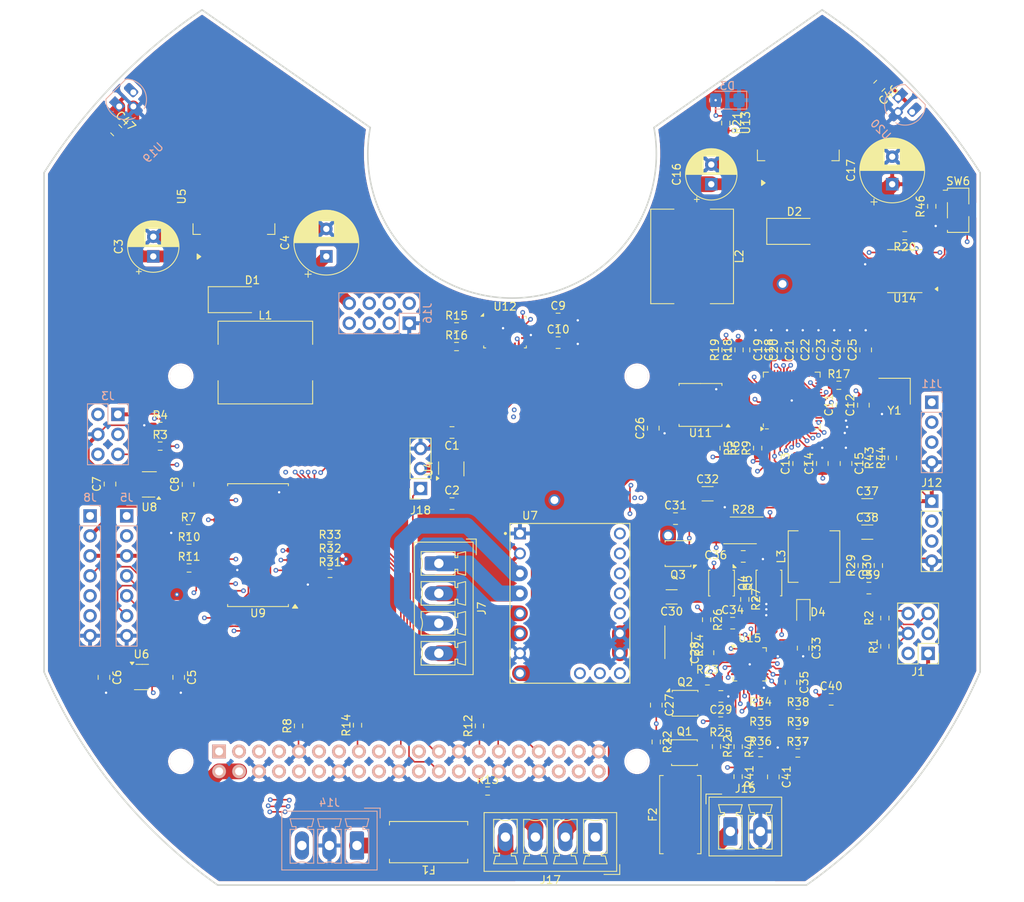
<source format=kicad_pcb>
(kicad_pcb
	(version 20240108)
	(generator "pcbnew")
	(generator_version "8.0")
	(general
		(thickness 1.6)
		(legacy_teardrops no)
	)
	(paper "A4")
	(layers
		(0 "F.Cu" signal)
		(1 "In1.Cu" signal)
		(2 "In2.Cu" signal)
		(31 "B.Cu" signal)
		(32 "B.Adhes" user "B.Adhesive")
		(33 "F.Adhes" user "F.Adhesive")
		(34 "B.Paste" user)
		(35 "F.Paste" user)
		(36 "B.SilkS" user "B.Silkscreen")
		(37 "F.SilkS" user "F.Silkscreen")
		(38 "B.Mask" user)
		(39 "F.Mask" user)
		(40 "Dwgs.User" user "User.Drawings")
		(41 "Cmts.User" user "User.Comments")
		(42 "Eco1.User" user "User.Eco1")
		(43 "Eco2.User" user "User.Eco2")
		(44 "Edge.Cuts" user)
		(45 "Margin" user)
		(46 "B.CrtYd" user "B.Courtyard")
		(47 "F.CrtYd" user "F.Courtyard")
		(48 "B.Fab" user)
		(49 "F.Fab" user)
		(50 "User.1" user)
		(51 "User.2" user)
		(52 "User.3" user)
		(53 "User.4" user)
		(54 "User.5" user)
		(55 "User.6" user)
		(56 "User.7" user)
		(57 "User.8" user)
		(58 "User.9" user)
	)
	(setup
		(stackup
			(layer "F.SilkS"
				(type "Top Silk Screen")
			)
			(layer "F.Paste"
				(type "Top Solder Paste")
			)
			(layer "F.Mask"
				(type "Top Solder Mask")
				(thickness 0.01)
			)
			(layer "F.Cu"
				(type "copper")
				(thickness 0.035)
			)
			(layer "dielectric 1"
				(type "prepreg")
				(thickness 0.1)
				(material "FR4")
				(epsilon_r 4.5)
				(loss_tangent 0.02)
			)
			(layer "In1.Cu"
				(type "copper")
				(thickness 0.035)
			)
			(layer "dielectric 2"
				(type "core")
				(thickness 1.24)
				(material "FR4")
				(epsilon_r 4.5)
				(loss_tangent 0.02)
			)
			(layer "In2.Cu"
				(type "copper")
				(thickness 0.035)
			)
			(layer "dielectric 3"
				(type "prepreg")
				(thickness 0.1)
				(material "FR4")
				(epsilon_r 4.5)
				(loss_tangent 0.02)
			)
			(layer "B.Cu"
				(type "copper")
				(thickness 0.035)
			)
			(layer "B.Mask"
				(type "Bottom Solder Mask")
				(thickness 0.01)
			)
			(layer "B.Paste"
				(type "Bottom Solder Paste")
			)
			(layer "B.SilkS"
				(type "Bottom Silk Screen")
			)
			(copper_finish "None")
			(dielectric_constraints no)
		)
		(pad_to_mask_clearance 0)
		(allow_soldermask_bridges_in_footprints no)
		(pcbplotparams
			(layerselection 0x00010fc_ffffffff)
			(plot_on_all_layers_selection 0x0000000_00000000)
			(disableapertmacros no)
			(usegerberextensions no)
			(usegerberattributes yes)
			(usegerberadvancedattributes yes)
			(creategerberjobfile yes)
			(dashed_line_dash_ratio 12.000000)
			(dashed_line_gap_ratio 3.000000)
			(svgprecision 4)
			(plotframeref no)
			(viasonmask no)
			(mode 1)
			(useauxorigin no)
			(hpglpennumber 1)
			(hpglpenspeed 20)
			(hpglpendiameter 15.000000)
			(pdf_front_fp_property_popups yes)
			(pdf_back_fp_property_popups yes)
			(dxfpolygonmode yes)
			(dxfimperialunits yes)
			(dxfusepcbnewfont yes)
			(psnegative no)
			(psa4output no)
			(plotreference yes)
			(plotvalue yes)
			(plotfptext yes)
			(plotinvisibletext no)
			(sketchpadsonfab no)
			(subtractmaskfromsilk no)
			(outputformat 1)
			(mirror no)
			(drillshape 1)
			(scaleselection 1)
			(outputdirectory "")
		)
	)
	(net 0 "")
	(net 1 "+5V")
	(net 2 "-BATT")
	(net 3 "VBUS")
	(net 4 "Net-(J5-Pin_2)")
	(net 5 "Net-(J8-Pin_2)")
	(net 6 "Net-(U12-CAP)")
	(net 7 "+3.3V")
	(net 8 "Net-(C11-Pad2)")
	(net 9 "Net-(U10-XIN)")
	(net 10 "Net-(U10-VREG_VOUT)")
	(net 11 "Net-(D1-K)")
	(net 12 "Net-(D2-K)")
	(net 13 "Bumper-F-R")
	(net 14 "US-Dist-Echo-Front")
	(net 15 "US-Dist-Trig-Front")
	(net 16 "Bumper-F-L")
	(net 17 "Bumper-B-R")
	(net 18 "US-Dist-Echo-Back")
	(net 19 "US-Dist-Trig-Back")
	(net 20 "Bumper-B-L")
	(net 21 "BottleDoor-UserButton-1")
	(net 22 "BottleDoor-Contact-1")
	(net 23 "BottleDoor-User-LED-1")
	(net 24 "BottleDoor-ServoPWM-1")
	(net 25 "Net-(J7-Pin_3)")
	(net 26 "Net-(J7-Pin_4)")
	(net 27 "Net-(J7-Pin_2)")
	(net 28 "Net-(J7-Pin_1)")
	(net 29 "BottleDoor-UserButton-2")
	(net 30 "BottleDoor-Contact-2")
	(net 31 "BottleDoor-User-LED-2")
	(net 32 "BottleDoor-ServoPWM-2")
	(net 33 "Net-(Q1-G)")
	(net 34 "Net-(Q2-D)")
	(net 35 "Net-(U15-ACN)")
	(net 36 "ChargeArm-PowerSwitch")
	(net 37 "unconnected-(U4-~{FLG}-Pad3)")
	(net 38 "BottleDoor-PowerSwitch-1")
	(net 39 "unconnected-(U6-~{FLG}-Pad3)")
	(net 40 "BottleDoor-PowerSwitch-2")
	(net 41 "unconnected-(U8-~{FLG}-Pad3)")
	(net 42 "unconnected-(U9-IO0_3-Pad7)")
	(net 43 "I2C-SCL")
	(net 44 "unconnected-(U9-IO1_0-Pad13)")
	(net 45 "Net-(U15-ACP)")
	(net 46 "unconnected-(U9-IO0_6-Pad10)")
	(net 47 "Net-(U1-GPIO22{slash}SDIO_CLK)")
	(net 48 "unconnected-(U9-IO0_7-Pad11)")
	(net 49 "Net-(U15-VCC)")
	(net 50 "I2C-SDA")
	(net 51 "unconnected-(U10-GPIO22-Pad34)")
	(net 52 "Net-(U10-XOUT)")
	(net 53 "unconnected-(U10-GPIO18-Pad29)")
	(net 54 "unconnected-(U10-GPIO28_ADC2-Pad40)")
	(net 55 "Motor-SpreadChop")
	(net 56 "Net-(Q3-G)")
	(net 57 "TrackMagnetDetect1")
	(net 58 "Net-(U10-QSPI_SS)")
	(net 59 "TrackMagnetDetect2")
	(net 60 "Motor-EN")
	(net 61 "Net-(U10-USB_DM)")
	(net 62 "Net-(D4-A)")
	(net 63 "Motor-DIAG")
	(net 64 "unconnected-(U10-GPIO13-Pad16)")
	(net 65 "unconnected-(U10-GPIO17-Pad28)")
	(net 66 "unconnected-(U10-GPIO20-Pad31)")
	(net 67 "Net-(U10-QSPI_SD0)")
	(net 68 "unconnected-(U10-GPIO23-Pad35)")
	(net 69 "MotionC-RST")
	(net 70 "Net-(U10-QSPI_SD2)")
	(net 71 "Motor-1Wire-UART")
	(net 72 "unconnected-(U10-GPIO24-Pad36)")
	(net 73 "Net-(U10-QSPI_SD3)")
	(net 74 "Net-(U10-GPIO0)")
	(net 75 "Net-(U10-QSPI_SD1)")
	(net 76 "unconnected-(U10-GPIO19-Pad30)")
	(net 77 "Net-(U10-QSPI_SCLK)")
	(net 78 "Motor-Dir")
	(net 79 "Motor-IDX")
	(net 80 "Net-(U10-USB_DP)")
	(net 81 "unconnected-(U10-GPIO21-Pad32)")
	(net 82 "unconnected-(U10-SWCLK-Pad24)")
	(net 83 "Net-(D4-K)")
	(net 84 "unconnected-(U10-GPIO16-Pad27)")
	(net 85 "unconnected-(U10-SWD-Pad25)")
	(net 86 "Motor-Step")
	(net 87 "unconnected-(U10-GPIO29_ADC3-Pad41)")
	(net 88 "DrivePermission")
	(net 89 "Net-(Q5-D)")
	(net 90 "unconnected-(U12-PIN15-Pad15)")
	(net 91 "unconnected-(U12-PIN22-Pad22)")
	(net 92 "unconnected-(U12-PIN24-Pad24)")
	(net 93 "unconnected-(U12-BL_IND-Pad10)")
	(net 94 "unconnected-(U12-XIN32-Pad27)")
	(net 95 "Net-(U12-~{BOOT_LOAD_PIN})")
	(net 96 "unconnected-(U12-PIN23-Pad23)")
	(net 97 "Net-(U12-~{RESET})")
	(net 98 "unconnected-(U12-PIN12-Pad12)")
	(net 99 "unconnected-(U12-PIN7-Pad7)")
	(net 100 "unconnected-(U12-PIN1-Pad1)")
	(net 101 "unconnected-(U12-PIN13-Pad13)")
	(net 102 "IMU-INT")
	(net 103 "unconnected-(U12-PIN21-Pad21)")
	(net 104 "unconnected-(U12-PIN8-Pad8)")
	(net 105 "unconnected-(U12-XOUT32-Pad26)")
	(net 106 "unconnected-(U12-PIN16-Pad16)")
	(net 107 "Net-(U15-SRN)")
	(net 108 "PowerMonAlert")
	(net 109 "Net-(U15-SRP)")
	(net 110 "unconnected-(U14-NC-Pad13)")
	(net 111 "Net-(C39-Pad2)")
	(net 112 "Net-(U15-TTC)")
	(net 113 "VCC")
	(net 114 "Net-(D3-A)")
	(net 115 "/DATA")
	(net 116 "/DC")
	(net 117 "/CLK")
	(net 118 "/CS")
	(net 119 "USB_D-")
	(net 120 "USB_D+")
	(net 121 "unconnected-(J11-Pin_1-Pad1)")
	(net 122 "Net-(L3-Pad2)")
	(net 123 "+VDC")
	(net 124 "Net-(Q2-S-Pad1)")
	(net 125 "Net-(Q4-G)")
	(net 126 "Net-(Q5-G)")
	(net 127 "MotionC-BootOpt")
	(net 128 "Net-(U10-GPIO25)")
	(net 129 "Net-(U15-~{ACDRV})")
	(net 130 "Net-(U15-~{BATDRV})")
	(net 131 "ChargerStat1")
	(net 132 "ChargerStat2")
	(net 133 "ChargerStatPG")
	(net 134 "Net-(U15-ISET2)")
	(net 135 "Net-(U15-ISET1)")
	(net 136 "Net-(U15-ACSET)")
	(net 137 "+BATT")
	(net 138 "Net-(U15-TS)")
	(net 139 "I2C-SDA-MC")
	(net 140 "I2C-SCL-MC")
	(net 141 "Net-(SW6-A)")
	(net 142 "Net-(J17-Pin_1)")
	(net 143 "unconnected-(U1-SDA_I2C1{slash}GPIO02-Pad3)")
	(net 144 "unconnected-(U1-3V3-Pad1)")
	(net 145 "unconnected-(U1-~{CE1}_SPI0{slash}GPIO07-Pad26)")
	(net 146 "Net-(SW6-B)")
	(net 147 "unconnected-(U1-SCL_I2C1{slash}GPIO03-Pad5)")
	(net 148 "unconnected-(U1-GPIO15{slash}UART_RXD-Pad10)")
	(net 149 "ChargeArm-ServoPWM")
	(net 150 "unconnected-(U1-GPCLK2{slash}GPIO06-Pad31)")
	(net 151 "unconnected-(U1-MISO_SPI0{slash}GPIO09-Pad21)")
	(net 152 "unconnected-(U1-3V3-Pad1)_1")
	(net 153 "unconnected-(U7-PDN-Pad11)")
	(net 154 "unconnected-(U1-GPIO16{slash}SPI1_~{CE2}-Pad36)")
	(net 155 "Net-(J17-Pin_2)")
	(net 156 "Net-(Q1-D)")
	(net 157 "Net-(J14-Pin_3)")
	(net 158 "Net-(U15-CE)")
	(net 159 "unconnected-(J16-Pin_7-Pad7)")
	(net 160 "Net-(J17-Pin_3)")
	(net 161 "Net-(J17-Pin_4)")
	(net 162 "Net-(J18-Pin_2)")
	(net 163 "/RST")
	(footprint "Package_TO_SOT_SMD:SOT-23-5_HandSoldering" (layer "F.Cu") (at 111 89 180))
	(footprint "Capacitor_SMD:C_0805_2012Metric" (layer "F.Cu") (at 105.229657 113.544657 -90))
	(footprint "Resistor_SMD:R_0603_1608Metric_Pad0.98x0.95mm_HandSolder" (layer "F.Cu") (at 112.377843 81.619657))
	(footprint "Capacitor_SMD:C_0805_2012Metric" (layer "F.Cu") (at 199.565343 86.342157 -90))
	(footprint "Inductor_SMD:L_Sunlord_MWSA1005S" (layer "F.Cu") (at 180 60 -90))
	(footprint "Diode_SMD:D_SMA" (layer "F.Cu") (at 193 56.815))
	(footprint "Package_SO:SOIC-8_5.23x5.23mm_P1.27mm" (layer "F.Cu") (at 181.065343 78.892157 180))
	(footprint "Capacitor_THT:CP_Radial_D6.3mm_P2.50mm" (layer "F.Cu") (at 111.5 60 90))
	(footprint "Connector_Phoenix_MC:PhoenixContact_MCV_1,5_4-G-3.81_1x04_P3.81mm_Vertical" (layer "F.Cu") (at 147.805343 99.049657 -90))
	(footprint "Resistor_SMD:R_0603_1608Metric_Pad0.98x0.95mm_HandSolder" (layer "F.Cu") (at 116.052843 99.629657))
	(footprint "Capacitor_SMD:C_1206_3216Metric_Pad1.33x1.80mm_HandSolder" (layer "F.Cu") (at 177.395343 103.309657 180))
	(footprint "Package_TO_SOT_SMD:SOT-23-5_HandSoldering" (layer "F.Cu") (at 110 113.5))
	(footprint "Capacitor_SMD:C_0805_2012Metric" (layer "F.Cu") (at 162.965343 67.957157))
	(footprint "Resistor_SMD:R_0603_1608Metric_Pad0.98x0.95mm_HandSolder" (layer "F.Cu") (at 185.855343 122.359657 -90))
	(footprint "Resistor_SMD:R_0603_1608Metric_Pad0.98x0.95mm_HandSolder" (layer "F.Cu") (at 150.052843 68.957157))
	(footprint "Capacitor_SMD:C_0805_2012Metric" (layer "F.Cu") (at 183.655343 115.969657 180))
	(footprint "Package_SO:Vishay_PowerPAK_1212-8_Single" (layer "F.Cu") (at 183.739093 101.554657 -90))
	(footprint "Capacitor_SMD:C_0805_2012Metric" (layer "F.Cu") (at 162.965343 70.967157))
	(footprint "Package_DFN_QFN:VQFN-24-1EP_4x4mm_P0.5mm_EP2.45x2.45mm" (layer "F.Cu") (at 187.325343 111.887157))
	(footprint "Capacitor_SMD:C_0805_2012Metric" (layer "F.Cu") (at 106 88.955343 90))
	(footprint "Inductor_SMD:L_Sunlord_MWSA1005S" (layer "F.Cu") (at 125.75 73.5))
	(footprint "Capacitor_SMD:C_0805_2012Metric" (layer "F.Cu") (at 106.793592 43.957906 -45))
	(footprint "Package_TO_SOT_SMD:TO-263-5_TabPin3" (layer "F.Cu") (at 193.5 43 90))
	(footprint "Capacitor_SMD:C_0805_2012Metric" (layer "F.Cu") (at 192.065343 71.892158 90))
	(footprint "Capacitor_SMD:C_0805_2012Metric" (layer "F.Cu") (at 190.065343 71.892158 90))
	(footprint "Package_TO_SOT_SMD:TO-263-5_TabPin3" (layer "F.Cu") (at 121.755 52.375 90))
	(footprint "Connector_PinSocket_2.54mm:PinSocket_1x03_P2.54mm_Vertical" (layer "F.Cu") (at 145.475 89.525 180))
	(footprint "Resistor_SMD:R_0603_1608Metric_Pad0.98x0.95mm_HandSolder"
		(layer "F.Cu")
		(uuid "3aaf855f-df3f-42b1-ab02-868ce72452dc")
		(at 201.625344 99.319657 90)
		(descr "Resistor SMD 0603 (1608 Metric), square (rectangular) end terminal, IPC_7351 nominal with elongated pad for handsoldering. (Body size source: IPC-SM-782 page 72, https://www.pcb-3d.com/wordpress/wp-content/uploads/ipc-sm-782a_amendment_1_and_2.pdf), generated with kicad-footprint-generator")
		(tags "resistor handsolder")
		(property "Reference" "R29"
			(at 0 -1.43 90)
			(layer "F.SilkS")
			(uuid "8fce765d-eeb0-4c19-95c2-4efa20c6fed7")
			(effects
				(font
					(size 1 1)
					(thickness 0.15)
				)
			)
		)
		(property "Value" "500k"
			(at 0 1.43 90)
			(layer "F.Fab")
			(uuid "3816ba00-8efb-483d-8013-2b9a0f99c57d")
			(effects
				(font
					(size 1 1)
					(thickness 0.15)
				)
			)
		)
		(property "Footprint" "Resistor_SMD:R_0603_1608Metric_Pad0.98x0.95mm_HandSolder"
			(at 0 0 90)
			(unlocked yes)
			(layer "F.Fab")
			(hide yes)
			(uuid "6ffea6a4-b7d5-40fb-a4eb-7b48d09d013a")
			(effects
				(font
					(size 1.27 1.27)
					(thickness 0.15)
				)
			)
		)
		(property "Datasheet" ""
			(at 0 0 90)
			(unlocked yes)
			(layer "F.Fab")
			(hide yes)
			(uuid "e67b9126-9940-487b-bb86-9cfd45b547da")
			(effects
				(font
					(size 1.27 1.27)
					(thickness 0.15)
				)
			)
		)
		(property "Description" "Resistor"
			(at 0 0 90)
			(unlocked yes)
			(layer "F.Fab")
			(hide yes)
			(uuid "8cee330f-0cdc-495c-84cf-99bb0f78667f")
			(effects
				(font
					(size 1.27 1.27)
					(thickness 0.15)
				)
			)
		)
		(property ki_fp_filters "R_*")
		(path "/69a8a158-9d4c-480b-97c8-39828b09f9ef")
		(sheetname "Stammblatt")
		(sheetfile "monorail.kicad_sch")
		(attr smd)
		(fp_line
			(start -0.254724 -0.5225)
			(end 0.254724 -0.5225)
			(stroke
				(width 0.12)
				(type solid)
			)
			(layer "F.SilkS")
			(uuid "bc38c6fa-3912-4bec-b1dc-d8990d2dfc5e")
		)
		(fp_line
			(start -0.254724 0.5225)
			(end 0.254724 0.5225)
			(stroke
				(width 0.12)
				(type solid)
			)
			(layer "F.SilkS")
			(uuid "4fae07e4-44b1-4db0-9495-c968ae8dfab5")
		)
		(fp_line
			(start 1.65 -0.73)
			(end 1.65 0.73)
			(stroke
				(width 0.05)
				(type solid)
			)
			(layer "F.CrtYd")
			(uuid "e87bfb2f-fa1a-4891-9de0-47b0e29b7f44")
		)
		(fp_line
			(start -1.65 -0.73)
			(end 1.65 -0.73)
			(stroke
				(width 0.05)
				(type solid)
			)
			(layer "F.CrtYd")
			(uuid "741eebf7-79d3-45d7-92b6-443c5694b3e2")
		)
		(fp_line
			(start 1.65 0.73)
			(end -1.65 0.73)
			(stroke
				(width 0.05)
				(type solid)
			)
			(layer "F.CrtYd")
			(uuid "ebf57348-ea8a-427c-be1b-3d10ae3b2fde")
		)
		(fp_line
			(start -1.65 0.73)
			(end -1.65 -0.73)
			(stroke
				(width 0.05)
				(type solid)
			)
			(layer "F.CrtYd")
			(uuid "9f378f3e-911e-4cf6-9757-92ad849a007c")
		)
		(fp_line
			(start 0.8 -0.4125)
			(end 0.8 0.4125)
			(stroke
				(width 0.1)
				(type solid)
			)
			(layer "F.Fab")
			(uuid "180f93d7-d273-4060-8428-1586f799dc89")
		)
		(fp_line
			(start -0.8 -0.4125)
			(end 0.8 -0.4125)
			(stroke
				(width 0.1)
				(type solid)
			)
			(layer "F.Fab")
			(uuid "65600246-108d-406c-9539-45cc7ebfe5dc")
		)
		(fp_line
			(start 0.8 0.4125)
			(end -0.8 0.4125)
			(stroke
				(width 0.1)
				(type solid)
			)
			(layer "F.Fab")
			(uuid "ecc8823a-87fd-43d6-a142-7f6dc1ce2c0d")
		)
		(fp_line
			(start -0.8 0.4125)
			(end -0.8 -0.4125)
			(stroke
				(width 0.1)
				(type solid)
			)
			(layer "F.Fab")
			(uuid "eae7c8c3-4645-4dbf-bc44-51a095c436c2")
		)
		(fp_text user "${REFERENCE}"
			(at 0 0 90)
			(layer "F.Fab")
			(uuid "a5f8488f-ebf3-44
... [1764291 chars truncated]
</source>
